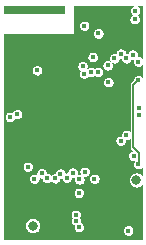
<source format=gbr>
%TF.GenerationSoftware,KiCad,Pcbnew,5.1.9-73d0e3b20d~88~ubuntu20.04.1*%
%TF.CreationDate,2022-04-15T22:34:28-04:00*%
%TF.ProjectId,ring,72696e67-2e6b-4696-9361-645f70636258,rev?*%
%TF.SameCoordinates,Original*%
%TF.FileFunction,Copper,L2,Inr*%
%TF.FilePolarity,Positive*%
%FSLAX46Y46*%
G04 Gerber Fmt 4.6, Leading zero omitted, Abs format (unit mm)*
G04 Created by KiCad (PCBNEW 5.1.9-73d0e3b20d~88~ubuntu20.04.1) date 2022-04-15 22:34:28*
%MOMM*%
%LPD*%
G01*
G04 APERTURE LIST*
%TA.AperFunction,ViaPad*%
%ADD10C,0.400000*%
%TD*%
%TA.AperFunction,ViaPad*%
%ADD11C,0.800000*%
%TD*%
%TA.AperFunction,Conductor*%
%ADD12C,0.150000*%
%TD*%
%TA.AperFunction,Conductor*%
%ADD13C,0.090000*%
%TD*%
%TA.AperFunction,Conductor*%
%ADD14C,0.100000*%
%TD*%
G04 APERTURE END LIST*
D10*
%TO.N,*%
X76657200Y-23469600D03*
%TO.N,GND*%
X74275200Y-22301200D03*
X74834000Y-22707600D03*
X69342000Y-26263600D03*
X69342000Y-26958800D03*
X69342000Y-27958800D03*
X80619600Y-24841200D03*
X76657200Y-22656800D03*
X76660000Y-21844000D03*
X77673200Y-23469600D03*
X69342000Y-23571200D03*
X69342000Y-21691600D03*
X71275200Y-21691600D03*
X75237600Y-19304000D03*
X78943200Y-33274000D03*
X69342000Y-22860000D03*
X70291200Y-22860000D03*
X72491600Y-22860000D03*
X75237600Y-20304000D03*
X69425000Y-30327600D03*
X72275200Y-21691600D03*
X73275200Y-21691600D03*
X74275200Y-21691600D03*
X75275200Y-21691600D03*
X70916800Y-25755600D03*
X76237600Y-19304000D03*
X77237600Y-19304000D03*
X73237600Y-26568400D03*
X74237600Y-26568400D03*
X75237600Y-26568400D03*
X76237600Y-26568400D03*
X77237600Y-26568400D03*
X72237600Y-27568400D03*
X72237600Y-28568400D03*
X72237600Y-29568400D03*
X72237600Y-30568400D03*
X72237600Y-31546800D03*
X72237600Y-26568400D03*
X73237600Y-31568400D03*
X74237600Y-31568400D03*
X75057000Y-31568400D03*
X77237600Y-27568400D03*
X77237600Y-29159200D03*
X73304400Y-38506400D03*
X78798302Y-38524298D03*
X71120000Y-22860000D03*
X69425000Y-31887099D03*
%TO.N,+BATT*%
X80517999Y-25432536D03*
X75488800Y-34975800D03*
X80518000Y-32537400D03*
X75234800Y-36830000D03*
X75255966Y-37318418D03*
%TO.N,/LSM_INT1*%
X80213200Y-20269200D03*
X80517999Y-23850600D03*
%TO.N,/LSM_INT2*%
X70256400Y-28313000D03*
X77142343Y-21476229D03*
%TO.N,/CS*%
X78494001Y-23579199D03*
X74474021Y-33679202D03*
%TO.N,/SCK*%
X79051550Y-23189095D03*
X74973990Y-33259345D03*
%TO.N,/MISO*%
X80051561Y-23264306D03*
X75539600Y-33832800D03*
%TO.N,/MOSI*%
X79509359Y-23576942D03*
X75985067Y-33188212D03*
%TO.N,/SWDIO*%
X72796400Y-33731200D03*
%TO.N,/SWCLK*%
X73926920Y-33348531D03*
%TO.N,/BOOT0*%
X79029961Y-30560928D03*
%TO.N,+1V8*%
X80264000Y-19558000D03*
X75946000Y-20828000D03*
X75806259Y-24244259D03*
X69646800Y-28549600D03*
X73474010Y-33742088D03*
X80122261Y-31836861D03*
D11*
X80365600Y-33883600D03*
D10*
X76809600Y-33782000D03*
X80574978Y-27746389D03*
X77927198Y-24180798D03*
X71170800Y-32766000D03*
X71956363Y-24602240D03*
%TO.N,/TPS_MODE*%
X75488802Y-37871400D03*
X71727561Y-33779961D03*
%TO.N,/TPS_STOP*%
X72339200Y-33324800D03*
X79668130Y-38161096D03*
D11*
%TO.N,/CELL-*%
X71583501Y-37750701D03*
D10*
%TO.N,/NRST*%
X80574980Y-28346400D03*
%TO.N,/RAD_PLANE*%
X69392800Y-19405600D03*
X73964800Y-19405600D03*
%TO.N,/LED_1*%
X79508632Y-30080232D03*
%TO.N,/BTN_0*%
X77994001Y-25603200D03*
%TO.N,/BTN_1*%
X77112820Y-24741147D03*
%TO.N,/BTN_2*%
X76512824Y-24745463D03*
%TO.N,/BTN_3*%
X75927017Y-24875252D03*
%TD*%
D12*
%TO.N,+BATT*%
X80597262Y-32458138D02*
X80518000Y-32537400D01*
X80597262Y-31608860D02*
X80597262Y-32458138D01*
X80099977Y-31111575D02*
X80597262Y-31608860D01*
X80099977Y-25850558D02*
X80099977Y-31111575D01*
X80517999Y-25432536D02*
X80099977Y-25850558D01*
%TD*%
D13*
%TO.N,GND*%
X80053214Y-19163646D02*
X79980329Y-19212346D01*
X79918346Y-19274329D01*
X79869646Y-19347214D01*
X79836101Y-19428198D01*
X79819000Y-19514171D01*
X79819000Y-19601829D01*
X79836101Y-19687802D01*
X79869646Y-19768786D01*
X79918346Y-19841671D01*
X79971906Y-19895231D01*
X79929529Y-19923546D01*
X79867546Y-19985529D01*
X79818846Y-20058414D01*
X79785301Y-20139398D01*
X79768200Y-20225371D01*
X79768200Y-20313029D01*
X79785301Y-20399002D01*
X79818846Y-20479986D01*
X79867546Y-20552871D01*
X79929529Y-20614854D01*
X80002414Y-20663554D01*
X80083398Y-20697099D01*
X80169371Y-20714200D01*
X80257029Y-20714200D01*
X80343002Y-20697099D01*
X80423986Y-20663554D01*
X80496871Y-20614854D01*
X80558854Y-20552871D01*
X80607554Y-20479986D01*
X80641099Y-20399002D01*
X80658200Y-20313029D01*
X80658200Y-20225371D01*
X80641099Y-20139398D01*
X80607554Y-20058414D01*
X80558854Y-19985529D01*
X80505294Y-19931969D01*
X80547671Y-19903654D01*
X80609654Y-19841671D01*
X80658354Y-19768786D01*
X80691899Y-19687802D01*
X80709000Y-19601829D01*
X80709000Y-19514171D01*
X80691899Y-19428198D01*
X80658354Y-19347214D01*
X80609654Y-19274329D01*
X80547671Y-19212346D01*
X80474786Y-19163646D01*
X80465984Y-19160000D01*
X80840000Y-19160000D01*
X80840000Y-23543276D01*
X80801670Y-23504946D01*
X80728785Y-23456246D01*
X80647801Y-23422701D01*
X80561828Y-23405600D01*
X80474700Y-23405600D01*
X80479460Y-23394108D01*
X80496561Y-23308135D01*
X80496561Y-23220477D01*
X80479460Y-23134504D01*
X80445915Y-23053520D01*
X80397215Y-22980635D01*
X80335232Y-22918652D01*
X80262347Y-22869952D01*
X80181363Y-22836407D01*
X80095390Y-22819306D01*
X80007732Y-22819306D01*
X79921759Y-22836407D01*
X79840775Y-22869952D01*
X79767890Y-22918652D01*
X79705907Y-22980635D01*
X79657207Y-23053520D01*
X79623662Y-23134504D01*
X79621470Y-23145524D01*
X79553188Y-23131942D01*
X79493900Y-23131942D01*
X79479449Y-23059293D01*
X79445904Y-22978309D01*
X79397204Y-22905424D01*
X79335221Y-22843441D01*
X79262336Y-22794741D01*
X79181352Y-22761196D01*
X79095379Y-22744095D01*
X79007721Y-22744095D01*
X78921748Y-22761196D01*
X78840764Y-22794741D01*
X78767879Y-22843441D01*
X78705896Y-22905424D01*
X78657196Y-22978309D01*
X78623651Y-23059293D01*
X78606550Y-23145266D01*
X78606550Y-23147868D01*
X78537830Y-23134199D01*
X78450172Y-23134199D01*
X78364199Y-23151300D01*
X78283215Y-23184845D01*
X78210330Y-23233545D01*
X78148347Y-23295528D01*
X78099647Y-23368413D01*
X78066102Y-23449397D01*
X78049001Y-23535370D01*
X78049001Y-23623028D01*
X78066102Y-23709001D01*
X78089936Y-23766542D01*
X78057000Y-23752899D01*
X77971027Y-23735798D01*
X77883369Y-23735798D01*
X77797396Y-23752899D01*
X77716412Y-23786444D01*
X77643527Y-23835144D01*
X77581544Y-23897127D01*
X77532844Y-23970012D01*
X77499299Y-24050996D01*
X77482198Y-24136969D01*
X77482198Y-24224627D01*
X77499299Y-24310600D01*
X77532844Y-24391584D01*
X77581544Y-24464469D01*
X77643527Y-24526452D01*
X77716412Y-24575152D01*
X77797396Y-24608697D01*
X77883369Y-24625798D01*
X77971027Y-24625798D01*
X78057000Y-24608697D01*
X78137984Y-24575152D01*
X78210869Y-24526452D01*
X78272852Y-24464469D01*
X78321552Y-24391584D01*
X78355097Y-24310600D01*
X78372198Y-24224627D01*
X78372198Y-24136969D01*
X78355097Y-24050996D01*
X78331263Y-23993455D01*
X78364199Y-24007098D01*
X78450172Y-24024199D01*
X78537830Y-24024199D01*
X78623803Y-24007098D01*
X78704787Y-23973553D01*
X78777672Y-23924853D01*
X78839655Y-23862870D01*
X78888355Y-23789985D01*
X78921900Y-23709001D01*
X78939001Y-23623028D01*
X78939001Y-23620426D01*
X79007721Y-23634095D01*
X79067009Y-23634095D01*
X79081460Y-23706744D01*
X79115005Y-23787728D01*
X79163705Y-23860613D01*
X79225688Y-23922596D01*
X79298573Y-23971296D01*
X79379557Y-24004841D01*
X79465530Y-24021942D01*
X79553188Y-24021942D01*
X79639161Y-24004841D01*
X79720145Y-23971296D01*
X79793030Y-23922596D01*
X79855013Y-23860613D01*
X79903713Y-23787728D01*
X79937258Y-23706744D01*
X79939450Y-23695724D01*
X80007732Y-23709306D01*
X80094860Y-23709306D01*
X80090100Y-23720798D01*
X80072999Y-23806771D01*
X80072999Y-23894429D01*
X80090100Y-23980402D01*
X80123645Y-24061386D01*
X80172345Y-24134271D01*
X80234328Y-24196254D01*
X80307213Y-24244954D01*
X80388197Y-24278499D01*
X80474170Y-24295600D01*
X80561828Y-24295600D01*
X80647801Y-24278499D01*
X80728785Y-24244954D01*
X80801670Y-24196254D01*
X80840000Y-24157924D01*
X80840000Y-25125212D01*
X80801670Y-25086882D01*
X80728785Y-25038182D01*
X80647801Y-25004637D01*
X80561828Y-24987536D01*
X80474170Y-24987536D01*
X80388197Y-25004637D01*
X80307213Y-25038182D01*
X80234328Y-25086882D01*
X80172345Y-25148865D01*
X80123645Y-25221750D01*
X80090100Y-25302734D01*
X80072999Y-25388707D01*
X80072999Y-25424988D01*
X79884824Y-25613164D01*
X79872608Y-25623189D01*
X79853044Y-25647029D01*
X79832620Y-25671916D01*
X79816737Y-25701631D01*
X79802905Y-25727508D01*
X79784607Y-25787828D01*
X79779977Y-25834840D01*
X79778429Y-25850558D01*
X79779977Y-25866271D01*
X79779978Y-29726343D01*
X79719418Y-29685878D01*
X79638434Y-29652333D01*
X79552461Y-29635232D01*
X79464803Y-29635232D01*
X79378830Y-29652333D01*
X79297846Y-29685878D01*
X79224961Y-29734578D01*
X79162978Y-29796561D01*
X79114278Y-29869446D01*
X79080733Y-29950430D01*
X79063632Y-30036403D01*
X79063632Y-30115928D01*
X78986132Y-30115928D01*
X78900159Y-30133029D01*
X78819175Y-30166574D01*
X78746290Y-30215274D01*
X78684307Y-30277257D01*
X78635607Y-30350142D01*
X78602062Y-30431126D01*
X78584961Y-30517099D01*
X78584961Y-30604757D01*
X78602062Y-30690730D01*
X78635607Y-30771714D01*
X78684307Y-30844599D01*
X78746290Y-30906582D01*
X78819175Y-30955282D01*
X78900159Y-30988827D01*
X78986132Y-31005928D01*
X79073790Y-31005928D01*
X79159763Y-30988827D01*
X79240747Y-30955282D01*
X79313632Y-30906582D01*
X79375615Y-30844599D01*
X79424315Y-30771714D01*
X79457860Y-30690730D01*
X79474961Y-30604757D01*
X79474961Y-30525232D01*
X79552461Y-30525232D01*
X79638434Y-30508131D01*
X79719418Y-30474586D01*
X79779978Y-30434121D01*
X79779978Y-31095852D01*
X79778429Y-31111575D01*
X79781431Y-31142051D01*
X79784608Y-31174306D01*
X79802906Y-31234626D01*
X79832620Y-31290217D01*
X79850323Y-31311788D01*
X79872609Y-31338944D01*
X79884820Y-31348965D01*
X79958771Y-31422916D01*
X79911475Y-31442507D01*
X79838590Y-31491207D01*
X79776607Y-31553190D01*
X79727907Y-31626075D01*
X79694362Y-31707059D01*
X79677261Y-31793032D01*
X79677261Y-31880690D01*
X79694362Y-31966663D01*
X79727907Y-32047647D01*
X79776607Y-32120532D01*
X79838590Y-32182515D01*
X79911475Y-32231215D01*
X79992459Y-32264760D01*
X80078432Y-32281861D01*
X80153549Y-32281861D01*
X80123646Y-32326614D01*
X80090101Y-32407598D01*
X80073000Y-32493571D01*
X80073000Y-32581229D01*
X80090101Y-32667202D01*
X80123646Y-32748186D01*
X80172346Y-32821071D01*
X80234329Y-32883054D01*
X80307214Y-32931754D01*
X80388198Y-32965299D01*
X80474171Y-32982400D01*
X80561829Y-32982400D01*
X80647802Y-32965299D01*
X80728786Y-32931754D01*
X80801671Y-32883054D01*
X80840001Y-32844724D01*
X80840001Y-33445833D01*
X80776764Y-33382596D01*
X80671122Y-33312008D01*
X80553740Y-33263387D01*
X80429127Y-33238600D01*
X80302073Y-33238600D01*
X80177460Y-33263387D01*
X80060078Y-33312008D01*
X79954436Y-33382596D01*
X79864596Y-33472436D01*
X79794008Y-33578078D01*
X79745387Y-33695460D01*
X79720600Y-33820073D01*
X79720600Y-33947127D01*
X79745387Y-34071740D01*
X79794008Y-34189122D01*
X79864596Y-34294764D01*
X79954436Y-34384604D01*
X80060078Y-34455192D01*
X80177460Y-34503813D01*
X80302073Y-34528600D01*
X80429127Y-34528600D01*
X80553740Y-34503813D01*
X80671122Y-34455192D01*
X80776764Y-34384604D01*
X80840001Y-34321367D01*
X80840001Y-38840000D01*
X69160000Y-38840000D01*
X69160000Y-37687174D01*
X70938501Y-37687174D01*
X70938501Y-37814228D01*
X70963288Y-37938841D01*
X71011909Y-38056223D01*
X71082497Y-38161865D01*
X71172337Y-38251705D01*
X71277979Y-38322293D01*
X71395361Y-38370914D01*
X71519974Y-38395701D01*
X71647028Y-38395701D01*
X71771641Y-38370914D01*
X71889023Y-38322293D01*
X71994665Y-38251705D01*
X72084505Y-38161865D01*
X72155093Y-38056223D01*
X72203714Y-37938841D01*
X72228501Y-37814228D01*
X72228501Y-37687174D01*
X72203714Y-37562561D01*
X72155093Y-37445179D01*
X72084505Y-37339537D01*
X71994665Y-37249697D01*
X71889023Y-37179109D01*
X71771641Y-37130488D01*
X71647028Y-37105701D01*
X71519974Y-37105701D01*
X71395361Y-37130488D01*
X71277979Y-37179109D01*
X71172337Y-37249697D01*
X71082497Y-37339537D01*
X71011909Y-37445179D01*
X70963288Y-37562561D01*
X70938501Y-37687174D01*
X69160000Y-37687174D01*
X69160000Y-36786171D01*
X74789800Y-36786171D01*
X74789800Y-36873829D01*
X74806901Y-36959802D01*
X74840446Y-37040786D01*
X74873361Y-37090048D01*
X74861612Y-37107632D01*
X74828067Y-37188616D01*
X74810966Y-37274589D01*
X74810966Y-37362247D01*
X74828067Y-37448220D01*
X74861612Y-37529204D01*
X74910312Y-37602089D01*
X74972295Y-37664072D01*
X75045180Y-37712772D01*
X75068792Y-37722552D01*
X75060903Y-37741598D01*
X75043802Y-37827571D01*
X75043802Y-37915229D01*
X75060903Y-38001202D01*
X75094448Y-38082186D01*
X75143148Y-38155071D01*
X75205131Y-38217054D01*
X75278016Y-38265754D01*
X75359000Y-38299299D01*
X75444973Y-38316400D01*
X75532631Y-38316400D01*
X75618604Y-38299299D01*
X75699588Y-38265754D01*
X75772473Y-38217054D01*
X75834456Y-38155071D01*
X75859715Y-38117267D01*
X79223130Y-38117267D01*
X79223130Y-38204925D01*
X79240231Y-38290898D01*
X79273776Y-38371882D01*
X79322476Y-38444767D01*
X79384459Y-38506750D01*
X79457344Y-38555450D01*
X79538328Y-38588995D01*
X79624301Y-38606096D01*
X79711959Y-38606096D01*
X79797932Y-38588995D01*
X79878916Y-38555450D01*
X79951801Y-38506750D01*
X80013784Y-38444767D01*
X80062484Y-38371882D01*
X80096029Y-38290898D01*
X80113130Y-38204925D01*
X80113130Y-38117267D01*
X80096029Y-38031294D01*
X80062484Y-37950310D01*
X80013784Y-37877425D01*
X79951801Y-37815442D01*
X79878916Y-37766742D01*
X79797932Y-37733197D01*
X79711959Y-37716096D01*
X79624301Y-37716096D01*
X79538328Y-37733197D01*
X79457344Y-37766742D01*
X79384459Y-37815442D01*
X79322476Y-37877425D01*
X79273776Y-37950310D01*
X79240231Y-38031294D01*
X79223130Y-38117267D01*
X75859715Y-38117267D01*
X75883156Y-38082186D01*
X75916701Y-38001202D01*
X75933802Y-37915229D01*
X75933802Y-37827571D01*
X75916701Y-37741598D01*
X75883156Y-37660614D01*
X75834456Y-37587729D01*
X75772473Y-37525746D01*
X75699588Y-37477046D01*
X75675976Y-37467266D01*
X75683865Y-37448220D01*
X75700966Y-37362247D01*
X75700966Y-37274589D01*
X75683865Y-37188616D01*
X75650320Y-37107632D01*
X75617405Y-37058370D01*
X75629154Y-37040786D01*
X75662699Y-36959802D01*
X75679800Y-36873829D01*
X75679800Y-36786171D01*
X75662699Y-36700198D01*
X75629154Y-36619214D01*
X75580454Y-36546329D01*
X75518471Y-36484346D01*
X75445586Y-36435646D01*
X75364602Y-36402101D01*
X75278629Y-36385000D01*
X75190971Y-36385000D01*
X75104998Y-36402101D01*
X75024014Y-36435646D01*
X74951129Y-36484346D01*
X74889146Y-36546329D01*
X74840446Y-36619214D01*
X74806901Y-36700198D01*
X74789800Y-36786171D01*
X69160000Y-36786171D01*
X69160000Y-34931971D01*
X75043800Y-34931971D01*
X75043800Y-35019629D01*
X75060901Y-35105602D01*
X75094446Y-35186586D01*
X75143146Y-35259471D01*
X75205129Y-35321454D01*
X75278014Y-35370154D01*
X75358998Y-35403699D01*
X75444971Y-35420800D01*
X75532629Y-35420800D01*
X75618602Y-35403699D01*
X75699586Y-35370154D01*
X75772471Y-35321454D01*
X75834454Y-35259471D01*
X75883154Y-35186586D01*
X75916699Y-35105602D01*
X75933800Y-35019629D01*
X75933800Y-34931971D01*
X75916699Y-34845998D01*
X75883154Y-34765014D01*
X75834454Y-34692129D01*
X75772471Y-34630146D01*
X75699586Y-34581446D01*
X75618602Y-34547901D01*
X75532629Y-34530800D01*
X75444971Y-34530800D01*
X75358998Y-34547901D01*
X75278014Y-34581446D01*
X75205129Y-34630146D01*
X75143146Y-34692129D01*
X75094446Y-34765014D01*
X75060901Y-34845998D01*
X75043800Y-34931971D01*
X69160000Y-34931971D01*
X69160000Y-33736132D01*
X71282561Y-33736132D01*
X71282561Y-33823790D01*
X71299662Y-33909763D01*
X71333207Y-33990747D01*
X71381907Y-34063632D01*
X71443890Y-34125615D01*
X71516775Y-34174315D01*
X71597759Y-34207860D01*
X71683732Y-34224961D01*
X71771390Y-34224961D01*
X71857363Y-34207860D01*
X71938347Y-34174315D01*
X72011232Y-34125615D01*
X72073215Y-34063632D01*
X72121915Y-33990747D01*
X72155460Y-33909763D01*
X72172561Y-33823790D01*
X72172561Y-33737440D01*
X72209398Y-33752699D01*
X72295371Y-33769800D01*
X72351400Y-33769800D01*
X72351400Y-33775029D01*
X72368501Y-33861002D01*
X72402046Y-33941986D01*
X72450746Y-34014871D01*
X72512729Y-34076854D01*
X72585614Y-34125554D01*
X72666598Y-34159099D01*
X72752571Y-34176200D01*
X72840229Y-34176200D01*
X72926202Y-34159099D01*
X73007186Y-34125554D01*
X73080071Y-34076854D01*
X73129761Y-34027164D01*
X73190339Y-34087742D01*
X73263224Y-34136442D01*
X73344208Y-34169987D01*
X73430181Y-34187088D01*
X73517839Y-34187088D01*
X73603812Y-34169987D01*
X73684796Y-34136442D01*
X73757681Y-34087742D01*
X73819664Y-34025759D01*
X73868364Y-33952874D01*
X73901909Y-33871890D01*
X73917495Y-33793531D01*
X73970749Y-33793531D01*
X74040293Y-33779698D01*
X74046122Y-33809004D01*
X74079667Y-33889988D01*
X74128367Y-33962873D01*
X74190350Y-34024856D01*
X74263235Y-34073556D01*
X74344219Y-34107101D01*
X74430192Y-34124202D01*
X74517850Y-34124202D01*
X74603823Y-34107101D01*
X74684807Y-34073556D01*
X74757692Y-34024856D01*
X74819675Y-33962873D01*
X74868375Y-33889988D01*
X74901920Y-33809004D01*
X74919021Y-33723031D01*
X74919021Y-33702129D01*
X74930161Y-33704345D01*
X75017819Y-33704345D01*
X75103792Y-33687244D01*
X75121216Y-33680027D01*
X75111701Y-33702998D01*
X75094600Y-33788971D01*
X75094600Y-33876629D01*
X75111701Y-33962602D01*
X75145246Y-34043586D01*
X75193946Y-34116471D01*
X75255929Y-34178454D01*
X75328814Y-34227154D01*
X75409798Y-34260699D01*
X75495771Y-34277800D01*
X75583429Y-34277800D01*
X75669402Y-34260699D01*
X75750386Y-34227154D01*
X75823271Y-34178454D01*
X75885254Y-34116471D01*
X75933954Y-34043586D01*
X75967499Y-33962602D01*
X75984600Y-33876629D01*
X75984600Y-33788971D01*
X75974496Y-33738171D01*
X76364600Y-33738171D01*
X76364600Y-33825829D01*
X76381701Y-33911802D01*
X76415246Y-33992786D01*
X76463946Y-34065671D01*
X76525929Y-34127654D01*
X76598814Y-34176354D01*
X76679798Y-34209899D01*
X76765771Y-34227000D01*
X76853429Y-34227000D01*
X76939402Y-34209899D01*
X77020386Y-34176354D01*
X77093271Y-34127654D01*
X77155254Y-34065671D01*
X77203954Y-33992786D01*
X77237499Y-33911802D01*
X77254600Y-33825829D01*
X77254600Y-33738171D01*
X77237499Y-33652198D01*
X77203954Y-33571214D01*
X77155254Y-33498329D01*
X77093271Y-33436346D01*
X77020386Y-33387646D01*
X76939402Y-33354101D01*
X76853429Y-33337000D01*
X76765771Y-33337000D01*
X76679798Y-33354101D01*
X76598814Y-33387646D01*
X76525929Y-33436346D01*
X76463946Y-33498329D01*
X76415246Y-33571214D01*
X76381701Y-33652198D01*
X76364600Y-33738171D01*
X75974496Y-33738171D01*
X75967499Y-33702998D01*
X75938355Y-33632639D01*
X75941238Y-33633212D01*
X76028896Y-33633212D01*
X76114869Y-33616111D01*
X76195853Y-33582566D01*
X76268738Y-33533866D01*
X76330721Y-33471883D01*
X76379421Y-33398998D01*
X76412966Y-33318014D01*
X76430067Y-33232041D01*
X76430067Y-33144383D01*
X76412966Y-33058410D01*
X76379421Y-32977426D01*
X76330721Y-32904541D01*
X76268738Y-32842558D01*
X76195853Y-32793858D01*
X76114869Y-32760313D01*
X76028896Y-32743212D01*
X75941238Y-32743212D01*
X75855265Y-32760313D01*
X75774281Y-32793858D01*
X75701396Y-32842558D01*
X75639413Y-32904541D01*
X75590713Y-32977426D01*
X75557168Y-33058410D01*
X75540067Y-33144383D01*
X75540067Y-33232041D01*
X75557168Y-33318014D01*
X75586312Y-33388373D01*
X75583429Y-33387800D01*
X75495771Y-33387800D01*
X75409798Y-33404901D01*
X75392374Y-33412118D01*
X75401889Y-33389147D01*
X75418990Y-33303174D01*
X75418990Y-33215516D01*
X75401889Y-33129543D01*
X75368344Y-33048559D01*
X75319644Y-32975674D01*
X75257661Y-32913691D01*
X75184776Y-32864991D01*
X75103792Y-32831446D01*
X75017819Y-32814345D01*
X74930161Y-32814345D01*
X74844188Y-32831446D01*
X74763204Y-32864991D01*
X74690319Y-32913691D01*
X74628336Y-32975674D01*
X74579636Y-33048559D01*
X74546091Y-33129543D01*
X74528990Y-33215516D01*
X74528990Y-33236418D01*
X74517850Y-33234202D01*
X74430192Y-33234202D01*
X74360648Y-33248035D01*
X74354819Y-33218729D01*
X74321274Y-33137745D01*
X74272574Y-33064860D01*
X74210591Y-33002877D01*
X74137706Y-32954177D01*
X74056722Y-32920632D01*
X73970749Y-32903531D01*
X73883091Y-32903531D01*
X73797118Y-32920632D01*
X73716134Y-32954177D01*
X73643249Y-33002877D01*
X73581266Y-33064860D01*
X73532566Y-33137745D01*
X73499021Y-33218729D01*
X73483435Y-33297088D01*
X73430181Y-33297088D01*
X73344208Y-33314189D01*
X73263224Y-33347734D01*
X73190339Y-33396434D01*
X73140649Y-33446124D01*
X73080071Y-33385546D01*
X73007186Y-33336846D01*
X72926202Y-33303301D01*
X72840229Y-33286200D01*
X72784200Y-33286200D01*
X72784200Y-33280971D01*
X72767099Y-33194998D01*
X72733554Y-33114014D01*
X72684854Y-33041129D01*
X72622871Y-32979146D01*
X72549986Y-32930446D01*
X72469002Y-32896901D01*
X72383029Y-32879800D01*
X72295371Y-32879800D01*
X72209398Y-32896901D01*
X72128414Y-32930446D01*
X72055529Y-32979146D01*
X71993546Y-33041129D01*
X71944846Y-33114014D01*
X71911301Y-33194998D01*
X71894200Y-33280971D01*
X71894200Y-33367321D01*
X71857363Y-33352062D01*
X71771390Y-33334961D01*
X71683732Y-33334961D01*
X71597759Y-33352062D01*
X71516775Y-33385607D01*
X71443890Y-33434307D01*
X71381907Y-33496290D01*
X71333207Y-33569175D01*
X71299662Y-33650159D01*
X71282561Y-33736132D01*
X69160000Y-33736132D01*
X69160000Y-32722171D01*
X70725800Y-32722171D01*
X70725800Y-32809829D01*
X70742901Y-32895802D01*
X70776446Y-32976786D01*
X70825146Y-33049671D01*
X70887129Y-33111654D01*
X70960014Y-33160354D01*
X71040998Y-33193899D01*
X71126971Y-33211000D01*
X71214629Y-33211000D01*
X71300602Y-33193899D01*
X71381586Y-33160354D01*
X71454471Y-33111654D01*
X71516454Y-33049671D01*
X71565154Y-32976786D01*
X71598699Y-32895802D01*
X71615800Y-32809829D01*
X71615800Y-32722171D01*
X71598699Y-32636198D01*
X71565154Y-32555214D01*
X71516454Y-32482329D01*
X71454471Y-32420346D01*
X71381586Y-32371646D01*
X71300602Y-32338101D01*
X71214629Y-32321000D01*
X71126971Y-32321000D01*
X71040998Y-32338101D01*
X70960014Y-32371646D01*
X70887129Y-32420346D01*
X70825146Y-32482329D01*
X70776446Y-32555214D01*
X70742901Y-32636198D01*
X70725800Y-32722171D01*
X69160000Y-32722171D01*
X69160000Y-28505771D01*
X69201800Y-28505771D01*
X69201800Y-28593429D01*
X69218901Y-28679402D01*
X69252446Y-28760386D01*
X69301146Y-28833271D01*
X69363129Y-28895254D01*
X69436014Y-28943954D01*
X69516998Y-28977499D01*
X69602971Y-28994600D01*
X69690629Y-28994600D01*
X69776602Y-28977499D01*
X69857586Y-28943954D01*
X69930471Y-28895254D01*
X69992454Y-28833271D01*
X70041154Y-28760386D01*
X70060557Y-28713544D01*
X70126598Y-28740899D01*
X70212571Y-28758000D01*
X70300229Y-28758000D01*
X70386202Y-28740899D01*
X70467186Y-28707354D01*
X70540071Y-28658654D01*
X70602054Y-28596671D01*
X70650754Y-28523786D01*
X70684299Y-28442802D01*
X70701400Y-28356829D01*
X70701400Y-28269171D01*
X70684299Y-28183198D01*
X70650754Y-28102214D01*
X70602054Y-28029329D01*
X70540071Y-27967346D01*
X70467186Y-27918646D01*
X70386202Y-27885101D01*
X70300229Y-27868000D01*
X70212571Y-27868000D01*
X70126598Y-27885101D01*
X70045614Y-27918646D01*
X69972729Y-27967346D01*
X69910746Y-28029329D01*
X69862046Y-28102214D01*
X69842643Y-28149056D01*
X69776602Y-28121701D01*
X69690629Y-28104600D01*
X69602971Y-28104600D01*
X69516998Y-28121701D01*
X69436014Y-28155246D01*
X69363129Y-28203946D01*
X69301146Y-28265929D01*
X69252446Y-28338814D01*
X69218901Y-28419798D01*
X69201800Y-28505771D01*
X69160000Y-28505771D01*
X69160000Y-25559371D01*
X77549001Y-25559371D01*
X77549001Y-25647029D01*
X77566102Y-25733002D01*
X77599647Y-25813986D01*
X77648347Y-25886871D01*
X77710330Y-25948854D01*
X77783215Y-25997554D01*
X77864199Y-26031099D01*
X77950172Y-26048200D01*
X78037830Y-26048200D01*
X78123803Y-26031099D01*
X78204787Y-25997554D01*
X78277672Y-25948854D01*
X78339655Y-25886871D01*
X78388355Y-25813986D01*
X78421900Y-25733002D01*
X78439001Y-25647029D01*
X78439001Y-25559371D01*
X78421900Y-25473398D01*
X78388355Y-25392414D01*
X78339655Y-25319529D01*
X78277672Y-25257546D01*
X78204787Y-25208846D01*
X78123803Y-25175301D01*
X78037830Y-25158200D01*
X77950172Y-25158200D01*
X77864199Y-25175301D01*
X77783215Y-25208846D01*
X77710330Y-25257546D01*
X77648347Y-25319529D01*
X77599647Y-25392414D01*
X77566102Y-25473398D01*
X77549001Y-25559371D01*
X69160000Y-25559371D01*
X69160000Y-24558411D01*
X71511363Y-24558411D01*
X71511363Y-24646069D01*
X71528464Y-24732042D01*
X71562009Y-24813026D01*
X71610709Y-24885911D01*
X71672692Y-24947894D01*
X71745577Y-24996594D01*
X71826561Y-25030139D01*
X71912534Y-25047240D01*
X72000192Y-25047240D01*
X72086165Y-25030139D01*
X72167149Y-24996594D01*
X72240034Y-24947894D01*
X72302017Y-24885911D01*
X72350717Y-24813026D01*
X72384262Y-24732042D01*
X72401363Y-24646069D01*
X72401363Y-24558411D01*
X72384262Y-24472438D01*
X72350717Y-24391454D01*
X72302017Y-24318569D01*
X72240034Y-24256586D01*
X72167149Y-24207886D01*
X72149149Y-24200430D01*
X75361259Y-24200430D01*
X75361259Y-24288088D01*
X75378360Y-24374061D01*
X75411905Y-24455045D01*
X75460605Y-24527930D01*
X75522588Y-24589913D01*
X75563992Y-24617578D01*
X75532663Y-24664466D01*
X75499118Y-24745450D01*
X75482017Y-24831423D01*
X75482017Y-24919081D01*
X75499118Y-25005054D01*
X75532663Y-25086038D01*
X75581363Y-25158923D01*
X75643346Y-25220906D01*
X75716231Y-25269606D01*
X75797215Y-25303151D01*
X75883188Y-25320252D01*
X75970846Y-25320252D01*
X76056819Y-25303151D01*
X76137803Y-25269606D01*
X76210688Y-25220906D01*
X76272671Y-25158923D01*
X76290561Y-25132148D01*
X76302038Y-25139817D01*
X76383022Y-25173362D01*
X76468995Y-25190463D01*
X76556653Y-25190463D01*
X76642626Y-25173362D01*
X76723610Y-25139817D01*
X76796495Y-25091117D01*
X76814980Y-25072632D01*
X76829149Y-25086801D01*
X76902034Y-25135501D01*
X76983018Y-25169046D01*
X77068991Y-25186147D01*
X77156649Y-25186147D01*
X77242622Y-25169046D01*
X77323606Y-25135501D01*
X77396491Y-25086801D01*
X77458474Y-25024818D01*
X77507174Y-24951933D01*
X77540719Y-24870949D01*
X77557820Y-24784976D01*
X77557820Y-24697318D01*
X77540719Y-24611345D01*
X77507174Y-24530361D01*
X77458474Y-24457476D01*
X77396491Y-24395493D01*
X77323606Y-24346793D01*
X77242622Y-24313248D01*
X77156649Y-24296147D01*
X77068991Y-24296147D01*
X76983018Y-24313248D01*
X76902034Y-24346793D01*
X76829149Y-24395493D01*
X76810664Y-24413978D01*
X76796495Y-24399809D01*
X76723610Y-24351109D01*
X76642626Y-24317564D01*
X76556653Y-24300463D01*
X76468995Y-24300463D01*
X76383022Y-24317564D01*
X76302038Y-24351109D01*
X76229153Y-24399809D01*
X76219490Y-24409472D01*
X76234158Y-24374061D01*
X76251259Y-24288088D01*
X76251259Y-24200430D01*
X76234158Y-24114457D01*
X76200613Y-24033473D01*
X76151913Y-23960588D01*
X76089930Y-23898605D01*
X76017045Y-23849905D01*
X75936061Y-23816360D01*
X75850088Y-23799259D01*
X75762430Y-23799259D01*
X75676457Y-23816360D01*
X75595473Y-23849905D01*
X75522588Y-23898605D01*
X75460605Y-23960588D01*
X75411905Y-24033473D01*
X75378360Y-24114457D01*
X75361259Y-24200430D01*
X72149149Y-24200430D01*
X72086165Y-24174341D01*
X72000192Y-24157240D01*
X71912534Y-24157240D01*
X71826561Y-24174341D01*
X71745577Y-24207886D01*
X71672692Y-24256586D01*
X71610709Y-24318569D01*
X71562009Y-24391454D01*
X71528464Y-24472438D01*
X71511363Y-24558411D01*
X69160000Y-24558411D01*
X69160000Y-23425771D01*
X76212200Y-23425771D01*
X76212200Y-23513429D01*
X76229301Y-23599402D01*
X76262846Y-23680386D01*
X76311546Y-23753271D01*
X76373529Y-23815254D01*
X76446414Y-23863954D01*
X76527398Y-23897499D01*
X76613371Y-23914600D01*
X76701029Y-23914600D01*
X76787002Y-23897499D01*
X76867986Y-23863954D01*
X76940871Y-23815254D01*
X77002854Y-23753271D01*
X77051554Y-23680386D01*
X77085099Y-23599402D01*
X77102200Y-23513429D01*
X77102200Y-23425771D01*
X77085099Y-23339798D01*
X77051554Y-23258814D01*
X77002854Y-23185929D01*
X76940871Y-23123946D01*
X76867986Y-23075246D01*
X76787002Y-23041701D01*
X76701029Y-23024600D01*
X76613371Y-23024600D01*
X76527398Y-23041701D01*
X76446414Y-23075246D01*
X76373529Y-23123946D01*
X76311546Y-23185929D01*
X76262846Y-23258814D01*
X76229301Y-23339798D01*
X76212200Y-23425771D01*
X69160000Y-23425771D01*
X69160000Y-21533400D01*
X75031600Y-21533400D01*
X75040379Y-21532535D01*
X75048821Y-21529975D01*
X75056601Y-21525816D01*
X75063420Y-21520220D01*
X75069016Y-21513401D01*
X75073175Y-21505621D01*
X75075735Y-21497179D01*
X75076598Y-21488825D01*
X75077130Y-21432400D01*
X76697343Y-21432400D01*
X76697343Y-21520058D01*
X76714444Y-21606031D01*
X76747989Y-21687015D01*
X76796689Y-21759900D01*
X76858672Y-21821883D01*
X76931557Y-21870583D01*
X77012541Y-21904128D01*
X77098514Y-21921229D01*
X77186172Y-21921229D01*
X77272145Y-21904128D01*
X77353129Y-21870583D01*
X77426014Y-21821883D01*
X77487997Y-21759900D01*
X77536697Y-21687015D01*
X77570242Y-21606031D01*
X77587343Y-21520058D01*
X77587343Y-21432400D01*
X77570242Y-21346427D01*
X77536697Y-21265443D01*
X77487997Y-21192558D01*
X77426014Y-21130575D01*
X77353129Y-21081875D01*
X77272145Y-21048330D01*
X77186172Y-21031229D01*
X77098514Y-21031229D01*
X77012541Y-21048330D01*
X76931557Y-21081875D01*
X76858672Y-21130575D01*
X76796689Y-21192558D01*
X76747989Y-21265443D01*
X76714444Y-21346427D01*
X76697343Y-21432400D01*
X75077130Y-21432400D01*
X75083245Y-20784171D01*
X75501000Y-20784171D01*
X75501000Y-20871829D01*
X75518101Y-20957802D01*
X75551646Y-21038786D01*
X75600346Y-21111671D01*
X75662329Y-21173654D01*
X75735214Y-21222354D01*
X75816198Y-21255899D01*
X75902171Y-21273000D01*
X75989829Y-21273000D01*
X76075802Y-21255899D01*
X76156786Y-21222354D01*
X76229671Y-21173654D01*
X76291654Y-21111671D01*
X76340354Y-21038786D01*
X76373899Y-20957802D01*
X76391000Y-20871829D01*
X76391000Y-20784171D01*
X76373899Y-20698198D01*
X76340354Y-20617214D01*
X76291654Y-20544329D01*
X76229671Y-20482346D01*
X76156786Y-20433646D01*
X76075802Y-20400101D01*
X75989829Y-20383000D01*
X75902171Y-20383000D01*
X75816198Y-20400101D01*
X75735214Y-20433646D01*
X75662329Y-20482346D01*
X75600346Y-20544329D01*
X75551646Y-20617214D01*
X75518101Y-20698198D01*
X75501000Y-20784171D01*
X75083245Y-20784171D01*
X75098568Y-19160000D01*
X80062016Y-19160000D01*
X80053214Y-19163646D01*
%TA.AperFunction,Conductor*%
D14*
G36*
X80053214Y-19163646D02*
G01*
X79980329Y-19212346D01*
X79918346Y-19274329D01*
X79869646Y-19347214D01*
X79836101Y-19428198D01*
X79819000Y-19514171D01*
X79819000Y-19601829D01*
X79836101Y-19687802D01*
X79869646Y-19768786D01*
X79918346Y-19841671D01*
X79971906Y-19895231D01*
X79929529Y-19923546D01*
X79867546Y-19985529D01*
X79818846Y-20058414D01*
X79785301Y-20139398D01*
X79768200Y-20225371D01*
X79768200Y-20313029D01*
X79785301Y-20399002D01*
X79818846Y-20479986D01*
X79867546Y-20552871D01*
X79929529Y-20614854D01*
X80002414Y-20663554D01*
X80083398Y-20697099D01*
X80169371Y-20714200D01*
X80257029Y-20714200D01*
X80343002Y-20697099D01*
X80423986Y-20663554D01*
X80496871Y-20614854D01*
X80558854Y-20552871D01*
X80607554Y-20479986D01*
X80641099Y-20399002D01*
X80658200Y-20313029D01*
X80658200Y-20225371D01*
X80641099Y-20139398D01*
X80607554Y-20058414D01*
X80558854Y-19985529D01*
X80505294Y-19931969D01*
X80547671Y-19903654D01*
X80609654Y-19841671D01*
X80658354Y-19768786D01*
X80691899Y-19687802D01*
X80709000Y-19601829D01*
X80709000Y-19514171D01*
X80691899Y-19428198D01*
X80658354Y-19347214D01*
X80609654Y-19274329D01*
X80547671Y-19212346D01*
X80474786Y-19163646D01*
X80465984Y-19160000D01*
X80840000Y-19160000D01*
X80840000Y-23543276D01*
X80801670Y-23504946D01*
X80728785Y-23456246D01*
X80647801Y-23422701D01*
X80561828Y-23405600D01*
X80474700Y-23405600D01*
X80479460Y-23394108D01*
X80496561Y-23308135D01*
X80496561Y-23220477D01*
X80479460Y-23134504D01*
X80445915Y-23053520D01*
X80397215Y-22980635D01*
X80335232Y-22918652D01*
X80262347Y-22869952D01*
X80181363Y-22836407D01*
X80095390Y-22819306D01*
X80007732Y-22819306D01*
X79921759Y-22836407D01*
X79840775Y-22869952D01*
X79767890Y-22918652D01*
X79705907Y-22980635D01*
X79657207Y-23053520D01*
X79623662Y-23134504D01*
X79621470Y-23145524D01*
X79553188Y-23131942D01*
X79493900Y-23131942D01*
X79479449Y-23059293D01*
X79445904Y-22978309D01*
X79397204Y-22905424D01*
X79335221Y-22843441D01*
X79262336Y-22794741D01*
X79181352Y-22761196D01*
X79095379Y-22744095D01*
X79007721Y-22744095D01*
X78921748Y-22761196D01*
X78840764Y-22794741D01*
X78767879Y-22843441D01*
X78705896Y-22905424D01*
X78657196Y-22978309D01*
X78623651Y-23059293D01*
X78606550Y-23145266D01*
X78606550Y-23147868D01*
X78537830Y-23134199D01*
X78450172Y-23134199D01*
X78364199Y-23151300D01*
X78283215Y-23184845D01*
X78210330Y-23233545D01*
X78148347Y-23295528D01*
X78099647Y-23368413D01*
X78066102Y-23449397D01*
X78049001Y-23535370D01*
X78049001Y-23623028D01*
X78066102Y-23709001D01*
X78089936Y-23766542D01*
X78057000Y-23752899D01*
X77971027Y-23735798D01*
X77883369Y-23735798D01*
X77797396Y-23752899D01*
X77716412Y-23786444D01*
X77643527Y-23835144D01*
X77581544Y-23897127D01*
X77532844Y-23970012D01*
X77499299Y-24050996D01*
X77482198Y-24136969D01*
X77482198Y-24224627D01*
X77499299Y-24310600D01*
X77532844Y-24391584D01*
X77581544Y-24464469D01*
X77643527Y-24526452D01*
X77716412Y-24575152D01*
X77797396Y-24608697D01*
X77883369Y-24625798D01*
X77971027Y-24625798D01*
X78057000Y-24608697D01*
X78137984Y-24575152D01*
X78210869Y-24526452D01*
X78272852Y-24464469D01*
X78321552Y-24391584D01*
X78355097Y-24310600D01*
X78372198Y-24224627D01*
X78372198Y-24136969D01*
X78355097Y-24050996D01*
X78331263Y-23993455D01*
X78364199Y-24007098D01*
X78450172Y-24024199D01*
X78537830Y-24024199D01*
X78623803Y-24007098D01*
X78704787Y-23973553D01*
X78777672Y-23924853D01*
X78839655Y-23862870D01*
X78888355Y-23789985D01*
X78921900Y-23709001D01*
X78939001Y-23623028D01*
X78939001Y-23620426D01*
X79007721Y-23634095D01*
X79067009Y-23634095D01*
X79081460Y-23706744D01*
X79115005Y-23787728D01*
X79163705Y-23860613D01*
X79225688Y-23922596D01*
X79298573Y-23971296D01*
X79379557Y-24004841D01*
X79465530Y-24021942D01*
X79553188Y-24021942D01*
X79639161Y-24004841D01*
X79720145Y-23971296D01*
X79793030Y-23922596D01*
X79855013Y-23860613D01*
X79903713Y-23787728D01*
X79937258Y-23706744D01*
X79939450Y-23695724D01*
X80007732Y-23709306D01*
X80094860Y-23709306D01*
X80090100Y-23720798D01*
X80072999Y-23806771D01*
X80072999Y-23894429D01*
X80090100Y-23980402D01*
X80123645Y-24061386D01*
X80172345Y-24134271D01*
X80234328Y-24196254D01*
X80307213Y-24244954D01*
X80388197Y-24278499D01*
X80474170Y-24295600D01*
X80561828Y-24295600D01*
X80647801Y-24278499D01*
X80728785Y-24244954D01*
X80801670Y-24196254D01*
X80840000Y-24157924D01*
X80840000Y-25125212D01*
X80801670Y-25086882D01*
X80728785Y-25038182D01*
X80647801Y-25004637D01*
X80561828Y-24987536D01*
X80474170Y-24987536D01*
X80388197Y-25004637D01*
X80307213Y-25038182D01*
X80234328Y-25086882D01*
X80172345Y-25148865D01*
X80123645Y-25221750D01*
X80090100Y-25302734D01*
X80072999Y-25388707D01*
X80072999Y-25424988D01*
X79884824Y-25613164D01*
X79872608Y-25623189D01*
X79853044Y-25647029D01*
X79832620Y-25671916D01*
X79816737Y-25701631D01*
X79802905Y-25727508D01*
X79784607Y-25787828D01*
X79779977Y-25834840D01*
X79778429Y-25850558D01*
X79779977Y-25866271D01*
X79779978Y-29726343D01*
X79719418Y-29685878D01*
X79638434Y-29652333D01*
X79552461Y-29635232D01*
X79464803Y-29635232D01*
X79378830Y-29652333D01*
X79297846Y-29685878D01*
X79224961Y-29734578D01*
X79162978Y-29796561D01*
X79114278Y-29869446D01*
X79080733Y-29950430D01*
X79063632Y-30036403D01*
X79063632Y-30115928D01*
X78986132Y-30115928D01*
X78900159Y-30133029D01*
X78819175Y-30166574D01*
X78746290Y-30215274D01*
X78684307Y-30277257D01*
X78635607Y-30350142D01*
X78602062Y-30431126D01*
X78584961Y-30517099D01*
X78584961Y-30604757D01*
X78602062Y-30690730D01*
X78635607Y-30771714D01*
X78684307Y-30844599D01*
X78746290Y-30906582D01*
X78819175Y-30955282D01*
X78900159Y-30988827D01*
X78986132Y-31005928D01*
X79073790Y-31005928D01*
X79159763Y-30988827D01*
X79240747Y-30955282D01*
X79313632Y-30906582D01*
X79375615Y-30844599D01*
X79424315Y-30771714D01*
X79457860Y-30690730D01*
X79474961Y-30604757D01*
X79474961Y-30525232D01*
X79552461Y-30525232D01*
X79638434Y-30508131D01*
X79719418Y-30474586D01*
X79779978Y-30434121D01*
X79779978Y-31095852D01*
X79778429Y-31111575D01*
X79781431Y-31142051D01*
X79784608Y-31174306D01*
X79802906Y-31234626D01*
X79832620Y-31290217D01*
X79850323Y-31311788D01*
X79872609Y-31338944D01*
X79884820Y-31348965D01*
X79958771Y-31422916D01*
X79911475Y-31442507D01*
X79838590Y-31491207D01*
X79776607Y-31553190D01*
X79727907Y-31626075D01*
X79694362Y-31707059D01*
X79677261Y-31793032D01*
X79677261Y-31880690D01*
X79694362Y-31966663D01*
X79727907Y-32047647D01*
X79776607Y-32120532D01*
X79838590Y-32182515D01*
X79911475Y-32231215D01*
X79992459Y-32264760D01*
X80078432Y-32281861D01*
X80153549Y-32281861D01*
X80123646Y-32326614D01*
X80090101Y-32407598D01*
X80073000Y-32493571D01*
X80073000Y-32581229D01*
X80090101Y-32667202D01*
X80123646Y-32748186D01*
X80172346Y-32821071D01*
X80234329Y-32883054D01*
X80307214Y-32931754D01*
X80388198Y-32965299D01*
X80474171Y-32982400D01*
X80561829Y-32982400D01*
X80647802Y-32965299D01*
X80728786Y-32931754D01*
X80801671Y-32883054D01*
X80840001Y-32844724D01*
X80840001Y-33445833D01*
X80776764Y-33382596D01*
X80671122Y-33312008D01*
X80553740Y-33263387D01*
X80429127Y-33238600D01*
X80302073Y-33238600D01*
X80177460Y-33263387D01*
X80060078Y-33312008D01*
X79954436Y-33382596D01*
X79864596Y-33472436D01*
X79794008Y-33578078D01*
X79745387Y-33695460D01*
X79720600Y-33820073D01*
X79720600Y-33947127D01*
X79745387Y-34071740D01*
X79794008Y-34189122D01*
X79864596Y-34294764D01*
X79954436Y-34384604D01*
X80060078Y-34455192D01*
X80177460Y-34503813D01*
X80302073Y-34528600D01*
X80429127Y-34528600D01*
X80553740Y-34503813D01*
X80671122Y-34455192D01*
X80776764Y-34384604D01*
X80840001Y-34321367D01*
X80840001Y-38840000D01*
X69160000Y-38840000D01*
X69160000Y-37687174D01*
X70938501Y-37687174D01*
X70938501Y-37814228D01*
X70963288Y-37938841D01*
X71011909Y-38056223D01*
X71082497Y-38161865D01*
X71172337Y-38251705D01*
X71277979Y-38322293D01*
X71395361Y-38370914D01*
X71519974Y-38395701D01*
X71647028Y-38395701D01*
X71771641Y-38370914D01*
X71889023Y-38322293D01*
X71994665Y-38251705D01*
X72084505Y-38161865D01*
X72155093Y-38056223D01*
X72203714Y-37938841D01*
X72228501Y-37814228D01*
X72228501Y-37687174D01*
X72203714Y-37562561D01*
X72155093Y-37445179D01*
X72084505Y-37339537D01*
X71994665Y-37249697D01*
X71889023Y-37179109D01*
X71771641Y-37130488D01*
X71647028Y-37105701D01*
X71519974Y-37105701D01*
X71395361Y-37130488D01*
X71277979Y-37179109D01*
X71172337Y-37249697D01*
X71082497Y-37339537D01*
X71011909Y-37445179D01*
X70963288Y-37562561D01*
X70938501Y-37687174D01*
X69160000Y-37687174D01*
X69160000Y-36786171D01*
X74789800Y-36786171D01*
X74789800Y-36873829D01*
X74806901Y-36959802D01*
X74840446Y-37040786D01*
X74873361Y-37090048D01*
X74861612Y-37107632D01*
X74828067Y-37188616D01*
X74810966Y-37274589D01*
X74810966Y-37362247D01*
X74828067Y-37448220D01*
X74861612Y-37529204D01*
X74910312Y-37602089D01*
X74972295Y-37664072D01*
X75045180Y-37712772D01*
X75068792Y-37722552D01*
X75060903Y-37741598D01*
X75043802Y-37827571D01*
X75043802Y-37915229D01*
X75060903Y-38001202D01*
X75094448Y-38082186D01*
X75143148Y-38155071D01*
X75205131Y-38217054D01*
X75278016Y-38265754D01*
X75359000Y-38299299D01*
X75444973Y-38316400D01*
X75532631Y-38316400D01*
X75618604Y-38299299D01*
X75699588Y-38265754D01*
X75772473Y-38217054D01*
X75834456Y-38155071D01*
X75859715Y-38117267D01*
X79223130Y-38117267D01*
X79223130Y-38204925D01*
X79240231Y-38290898D01*
X79273776Y-38371882D01*
X79322476Y-38444767D01*
X79384459Y-38506750D01*
X79457344Y-38555450D01*
X79538328Y-38588995D01*
X79624301Y-38606096D01*
X79711959Y-38606096D01*
X79797932Y-38588995D01*
X79878916Y-38555450D01*
X79951801Y-38506750D01*
X80013784Y-38444767D01*
X80062484Y-38371882D01*
X80096029Y-38290898D01*
X80113130Y-38204925D01*
X80113130Y-38117267D01*
X80096029Y-38031294D01*
X80062484Y-37950310D01*
X80013784Y-37877425D01*
X79951801Y-37815442D01*
X79878916Y-37766742D01*
X79797932Y-37733197D01*
X79711959Y-37716096D01*
X79624301Y-37716096D01*
X79538328Y-37733197D01*
X79457344Y-37766742D01*
X79384459Y-37815442D01*
X79322476Y-37877425D01*
X79273776Y-37950310D01*
X79240231Y-38031294D01*
X79223130Y-38117267D01*
X75859715Y-38117267D01*
X75883156Y-38082186D01*
X75916701Y-38001202D01*
X75933802Y-37915229D01*
X75933802Y-37827571D01*
X75916701Y-37741598D01*
X75883156Y-37660614D01*
X75834456Y-37587729D01*
X75772473Y-37525746D01*
X75699588Y-37477046D01*
X75675976Y-37467266D01*
X75683865Y-37448220D01*
X75700966Y-37362247D01*
X75700966Y-37274589D01*
X75683865Y-37188616D01*
X75650320Y-37107632D01*
X75617405Y-37058370D01*
X75629154Y-37040786D01*
X75662699Y-36959802D01*
X75679800Y-36873829D01*
X75679800Y-36786171D01*
X75662699Y-36700198D01*
X75629154Y-36619214D01*
X75580454Y-36546329D01*
X75518471Y-36484346D01*
X75445586Y-36435646D01*
X75364602Y-36402101D01*
X75278629Y-36385000D01*
X75190971Y-36385000D01*
X75104998Y-36402101D01*
X75024014Y-36435646D01*
X74951129Y-36484346D01*
X74889146Y-36546329D01*
X74840446Y-36619214D01*
X74806901Y-36700198D01*
X74789800Y-36786171D01*
X69160000Y-36786171D01*
X69160000Y-34931971D01*
X75043800Y-34931971D01*
X75043800Y-35019629D01*
X75060901Y-35105602D01*
X75094446Y-35186586D01*
X75143146Y-35259471D01*
X75205129Y-35321454D01*
X75278014Y-35370154D01*
X75358998Y-35403699D01*
X75444971Y-35420800D01*
X75532629Y-35420800D01*
X75618602Y-35403699D01*
X75699586Y-35370154D01*
X75772471Y-35321454D01*
X75834454Y-35259471D01*
X75883154Y-35186586D01*
X75916699Y-35105602D01*
X75933800Y-35019629D01*
X75933800Y-34931971D01*
X75916699Y-34845998D01*
X75883154Y-34765014D01*
X75834454Y-34692129D01*
X75772471Y-34630146D01*
X75699586Y-34581446D01*
X75618602Y-34547901D01*
X75532629Y-34530800D01*
X75444971Y-34530800D01*
X75358998Y-34547901D01*
X75278014Y-34581446D01*
X75205129Y-34630146D01*
X75143146Y-34692129D01*
X75094446Y-34765014D01*
X75060901Y-34845998D01*
X75043800Y-34931971D01*
X69160000Y-34931971D01*
X69160000Y-33736132D01*
X71282561Y-33736132D01*
X71282561Y-33823790D01*
X71299662Y-33909763D01*
X71333207Y-33990747D01*
X71381907Y-34063632D01*
X71443890Y-34125615D01*
X71516775Y-34174315D01*
X71597759Y-34207860D01*
X71683732Y-34224961D01*
X71771390Y-34224961D01*
X71857363Y-34207860D01*
X71938347Y-34174315D01*
X72011232Y-34125615D01*
X72073215Y-34063632D01*
X72121915Y-33990747D01*
X72155460Y-33909763D01*
X72172561Y-33823790D01*
X72172561Y-33737440D01*
X72209398Y-33752699D01*
X72295371Y-33769800D01*
X72351400Y-33769800D01*
X72351400Y-33775029D01*
X72368501Y-33861002D01*
X72402046Y-33941986D01*
X72450746Y-34014871D01*
X72512729Y-34076854D01*
X72585614Y-34125554D01*
X72666598Y-34159099D01*
X72752571Y-34176200D01*
X72840229Y-34176200D01*
X72926202Y-34159099D01*
X73007186Y-34125554D01*
X73080071Y-34076854D01*
X73129761Y-34027164D01*
X73190339Y-34087742D01*
X73263224Y-34136442D01*
X73344208Y-34169987D01*
X73430181Y-34187088D01*
X73517839Y-34187088D01*
X73603812Y-34169987D01*
X73684796Y-34136442D01*
X73757681Y-34087742D01*
X73819664Y-34025759D01*
X73868364Y-33952874D01*
X73901909Y-33871890D01*
X73917495Y-33793531D01*
X73970749Y-33793531D01*
X74040293Y-33779698D01*
X74046122Y-33809004D01*
X74079667Y-33889988D01*
X74128367Y-33962873D01*
X74190350Y-34024856D01*
X74263235Y-34073556D01*
X74344219Y-34107101D01*
X74430192Y-34124202D01*
X74517850Y-34124202D01*
X74603823Y-34107101D01*
X74684807Y-34073556D01*
X74757692Y-34024856D01*
X74819675Y-33962873D01*
X74868375Y-33889988D01*
X74901920Y-33809004D01*
X74919021Y-33723031D01*
X74919021Y-33702129D01*
X74930161Y-33704345D01*
X75017819Y-33704345D01*
X75103792Y-33687244D01*
X75121216Y-33680027D01*
X75111701Y-33702998D01*
X75094600Y-33788971D01*
X75094600Y-33876629D01*
X75111701Y-33962602D01*
X75145246Y-34043586D01*
X75193946Y-34116471D01*
X75255929Y-34178454D01*
X75328814Y-34227154D01*
X75409798Y-34260699D01*
X75495771Y-34277800D01*
X75583429Y-34277800D01*
X75669402Y-34260699D01*
X75750386Y-34227154D01*
X75823271Y-34178454D01*
X75885254Y-34116471D01*
X75933954Y-34043586D01*
X75967499Y-33962602D01*
X75984600Y-33876629D01*
X75984600Y-33788971D01*
X75974496Y-33738171D01*
X76364600Y-33738171D01*
X76364600Y-33825829D01*
X76381701Y-33911802D01*
X76415246Y-33992786D01*
X76463946Y-34065671D01*
X76525929Y-34127654D01*
X76598814Y-34176354D01*
X76679798Y-34209899D01*
X76765771Y-34227000D01*
X76853429Y-34227000D01*
X76939402Y-34209899D01*
X77020386Y-34176354D01*
X77093271Y-34127654D01*
X77155254Y-34065671D01*
X77203954Y-33992786D01*
X77237499Y-33911802D01*
X77254600Y-33825829D01*
X77254600Y-33738171D01*
X77237499Y-33652198D01*
X77203954Y-33571214D01*
X77155254Y-33498329D01*
X77093271Y-33436346D01*
X77020386Y-33387646D01*
X76939402Y-33354101D01*
X76853429Y-33337000D01*
X76765771Y-33337000D01*
X76679798Y-33354101D01*
X76598814Y-33387646D01*
X76525929Y-33436346D01*
X76463946Y-33498329D01*
X76415246Y-33571214D01*
X76381701Y-33652198D01*
X76364600Y-33738171D01*
X75974496Y-33738171D01*
X75967499Y-33702998D01*
X75938355Y-33632639D01*
X75941238Y-33633212D01*
X76028896Y-33633212D01*
X76114869Y-33616111D01*
X76195853Y-33582566D01*
X76268738Y-33533866D01*
X76330721Y-33471883D01*
X76379421Y-33398998D01*
X76412966Y-33318014D01*
X76430067Y-33232041D01*
X76430067Y-33144383D01*
X76412966Y-33058410D01*
X76379421Y-32977426D01*
X76330721Y-32904541D01*
X76268738Y-32842558D01*
X76195853Y-32793858D01*
X76114869Y-32760313D01*
X76028896Y-32743212D01*
X75941238Y-32743212D01*
X75855265Y-32760313D01*
X75774281Y-32793858D01*
X75701396Y-32842558D01*
X75639413Y-32904541D01*
X75590713Y-32977426D01*
X75557168Y-33058410D01*
X75540067Y-33144383D01*
X75540067Y-33232041D01*
X75557168Y-33318014D01*
X75586312Y-33388373D01*
X75583429Y-33387800D01*
X75495771Y-33387800D01*
X75409798Y-33404901D01*
X75392374Y-33412118D01*
X75401889Y-33389147D01*
X75418990Y-33303174D01*
X75418990Y-33215516D01*
X75401889Y-33129543D01*
X75368344Y-33048559D01*
X75319644Y-32975674D01*
X75257661Y-32913691D01*
X75184776Y-32864991D01*
X75103792Y-32831446D01*
X75017819Y-32814345D01*
X74930161Y-32814345D01*
X74844188Y-32831446D01*
X74763204Y-32864991D01*
X74690319Y-32913691D01*
X74628336Y-32975674D01*
X74579636Y-33048559D01*
X74546091Y-33129543D01*
X74528990Y-33215516D01*
X74528990Y-33236418D01*
X74517850Y-33234202D01*
X74430192Y-33234202D01*
X74360648Y-33248035D01*
X74354819Y-33218729D01*
X74321274Y-33137745D01*
X74272574Y-33064860D01*
X74210591Y-33002877D01*
X74137706Y-32954177D01*
X74056722Y-32920632D01*
X73970749Y-32903531D01*
X73883091Y-32903531D01*
X73797118Y-32920632D01*
X73716134Y-32954177D01*
X73643249Y-33002877D01*
X73581266Y-33064860D01*
X73532566Y-33137745D01*
X73499021Y-33218729D01*
X73483435Y-33297088D01*
X73430181Y-33297088D01*
X73344208Y-33314189D01*
X73263224Y-33347734D01*
X73190339Y-33396434D01*
X73140649Y-33446124D01*
X73080071Y-33385546D01*
X73007186Y-33336846D01*
X72926202Y-33303301D01*
X72840229Y-33286200D01*
X72784200Y-33286200D01*
X72784200Y-33280971D01*
X72767099Y-33194998D01*
X72733554Y-33114014D01*
X72684854Y-33041129D01*
X72622871Y-32979146D01*
X72549986Y-32930446D01*
X72469002Y-32896901D01*
X72383029Y-32879800D01*
X72295371Y-32879800D01*
X72209398Y-32896901D01*
X72128414Y-32930446D01*
X72055529Y-32979146D01*
X71993546Y-33041129D01*
X71944846Y-33114014D01*
X71911301Y-33194998D01*
X71894200Y-33280971D01*
X71894200Y-33367321D01*
X71857363Y-33352062D01*
X71771390Y-33334961D01*
X71683732Y-33334961D01*
X71597759Y-33352062D01*
X71516775Y-33385607D01*
X71443890Y-33434307D01*
X71381907Y-33496290D01*
X71333207Y-33569175D01*
X71299662Y-33650159D01*
X71282561Y-33736132D01*
X69160000Y-33736132D01*
X69160000Y-32722171D01*
X70725800Y-32722171D01*
X70725800Y-32809829D01*
X70742901Y-32895802D01*
X70776446Y-32976786D01*
X70825146Y-33049671D01*
X70887129Y-33111654D01*
X70960014Y-33160354D01*
X71040998Y-33193899D01*
X71126971Y-33211000D01*
X71214629Y-33211000D01*
X71300602Y-33193899D01*
X71381586Y-33160354D01*
X71454471Y-33111654D01*
X71516454Y-33049671D01*
X71565154Y-32976786D01*
X71598699Y-32895802D01*
X71615800Y-32809829D01*
X71615800Y-32722171D01*
X71598699Y-32636198D01*
X71565154Y-32555214D01*
X71516454Y-32482329D01*
X71454471Y-32420346D01*
X71381586Y-32371646D01*
X71300602Y-32338101D01*
X71214629Y-32321000D01*
X71126971Y-32321000D01*
X71040998Y-32338101D01*
X70960014Y-32371646D01*
X70887129Y-32420346D01*
X70825146Y-32482329D01*
X70776446Y-32555214D01*
X70742901Y-32636198D01*
X70725800Y-32722171D01*
X69160000Y-32722171D01*
X69160000Y-28505771D01*
X69201800Y-28505771D01*
X69201800Y-28593429D01*
X69218901Y-28679402D01*
X69252446Y-28760386D01*
X69301146Y-28833271D01*
X69363129Y-28895254D01*
X69436014Y-28943954D01*
X69516998Y-28977499D01*
X69602971Y-28994600D01*
X69690629Y-28994600D01*
X69776602Y-28977499D01*
X69857586Y-28943954D01*
X69930471Y-28895254D01*
X69992454Y-28833271D01*
X70041154Y-28760386D01*
X70060557Y-28713544D01*
X70126598Y-28740899D01*
X70212571Y-28758000D01*
X70300229Y-28758000D01*
X70386202Y-28740899D01*
X70467186Y-28707354D01*
X70540071Y-28658654D01*
X70602054Y-28596671D01*
X70650754Y-28523786D01*
X70684299Y-28442802D01*
X70701400Y-28356829D01*
X70701400Y-28269171D01*
X70684299Y-28183198D01*
X70650754Y-28102214D01*
X70602054Y-28029329D01*
X70540071Y-27967346D01*
X70467186Y-27918646D01*
X70386202Y-27885101D01*
X70300229Y-27868000D01*
X70212571Y-27868000D01*
X70126598Y-27885101D01*
X70045614Y-27918646D01*
X69972729Y-27967346D01*
X69910746Y-28029329D01*
X69862046Y-28102214D01*
X69842643Y-28149056D01*
X69776602Y-28121701D01*
X69690629Y-28104600D01*
X69602971Y-28104600D01*
X69516998Y-28121701D01*
X69436014Y-28155246D01*
X69363129Y-28203946D01*
X69301146Y-28265929D01*
X69252446Y-28338814D01*
X69218901Y-28419798D01*
X69201800Y-28505771D01*
X69160000Y-28505771D01*
X69160000Y-25559371D01*
X77549001Y-25559371D01*
X77549001Y-25647029D01*
X77566102Y-25733002D01*
X77599647Y-25813986D01*
X77648347Y-25886871D01*
X77710330Y-25948854D01*
X77783215Y-25997554D01*
X77864199Y-26031099D01*
X77950172Y-26048200D01*
X78037830Y-26048200D01*
X78123803Y-26031099D01*
X78204787Y-25997554D01*
X78277672Y-25948854D01*
X78339655Y-25886871D01*
X78388355Y-25813986D01*
X78421900Y-25733002D01*
X78439001Y-25647029D01*
X78439001Y-25559371D01*
X78421900Y-25473398D01*
X78388355Y-25392414D01*
X78339655Y-25319529D01*
X78277672Y-25257546D01*
X78204787Y-25208846D01*
X78123803Y-25175301D01*
X78037830Y-25158200D01*
X77950172Y-25158200D01*
X77864199Y-25175301D01*
X77783215Y-25208846D01*
X77710330Y-25257546D01*
X77648347Y-25319529D01*
X77599647Y-25392414D01*
X77566102Y-25473398D01*
X77549001Y-25559371D01*
X69160000Y-25559371D01*
X69160000Y-24558411D01*
X71511363Y-24558411D01*
X71511363Y-24646069D01*
X71528464Y-24732042D01*
X71562009Y-24813026D01*
X71610709Y-24885911D01*
X71672692Y-24947894D01*
X71745577Y-24996594D01*
X71826561Y-25030139D01*
X71912534Y-25047240D01*
X72000192Y-25047240D01*
X72086165Y-25030139D01*
X72167149Y-24996594D01*
X72240034Y-24947894D01*
X72302017Y-24885911D01*
X72350717Y-24813026D01*
X72384262Y-24732042D01*
X72401363Y-24646069D01*
X72401363Y-24558411D01*
X72384262Y-24472438D01*
X72350717Y-24391454D01*
X72302017Y-24318569D01*
X72240034Y-24256586D01*
X72167149Y-24207886D01*
X72149149Y-24200430D01*
X75361259Y-24200430D01*
X75361259Y-24288088D01*
X75378360Y-24374061D01*
X75411905Y-24455045D01*
X75460605Y-24527930D01*
X75522588Y-24589913D01*
X75563992Y-24617578D01*
X75532663Y-24664466D01*
X75499118Y-24745450D01*
X75482017Y-24831423D01*
X75482017Y-24919081D01*
X75499118Y-25005054D01*
X75532663Y-25086038D01*
X75581363Y-25158923D01*
X75643346Y-25220906D01*
X75716231Y-25269606D01*
X75797215Y-25303151D01*
X75883188Y-25320252D01*
X75970846Y-25320252D01*
X76056819Y-25303151D01*
X76137803Y-25269606D01*
X76210688Y-25220906D01*
X76272671Y-25158923D01*
X76290561Y-25132148D01*
X76302038Y-25139817D01*
X76383022Y-25173362D01*
X76468995Y-25190463D01*
X76556653Y-25190463D01*
X76642626Y-25173362D01*
X76723610Y-25139817D01*
X76796495Y-25091117D01*
X76814980Y-25072632D01*
X76829149Y-25086801D01*
X76902034Y-25135501D01*
X76983018Y-25169046D01*
X77068991Y-25186147D01*
X77156649Y-25186147D01*
X77242622Y-25169046D01*
X77323606Y-25135501D01*
X77396491Y-25086801D01*
X77458474Y-25024818D01*
X77507174Y-24951933D01*
X77540719Y-24870949D01*
X77557820Y-24784976D01*
X77557820Y-24697318D01*
X77540719Y-24611345D01*
X77507174Y-24530361D01*
X77458474Y-24457476D01*
X77396491Y-24395493D01*
X77323606Y-24346793D01*
X77242622Y-24313248D01*
X77156649Y-24296147D01*
X77068991Y-24296147D01*
X76983018Y-24313248D01*
X76902034Y-24346793D01*
X76829149Y-24395493D01*
X76810664Y-24413978D01*
X76796495Y-24399809D01*
X76723610Y-24351109D01*
X76642626Y-24317564D01*
X76556653Y-24300463D01*
X76468995Y-24300463D01*
X76383022Y-24317564D01*
X76302038Y-24351109D01*
X76229153Y-24399809D01*
X76219490Y-24409472D01*
X76234158Y-24374061D01*
X76251259Y-24288088D01*
X76251259Y-24200430D01*
X76234158Y-24114457D01*
X76200613Y-24033473D01*
X76151913Y-23960588D01*
X76089930Y-23898605D01*
X76017045Y-23849905D01*
X75936061Y-23816360D01*
X75850088Y-23799259D01*
X75762430Y-23799259D01*
X75676457Y-23816360D01*
X75595473Y-23849905D01*
X75522588Y-23898605D01*
X75460605Y-23960588D01*
X75411905Y-24033473D01*
X75378360Y-24114457D01*
X75361259Y-24200430D01*
X72149149Y-24200430D01*
X72086165Y-24174341D01*
X72000192Y-24157240D01*
X71912534Y-24157240D01*
X71826561Y-24174341D01*
X71745577Y-24207886D01*
X71672692Y-24256586D01*
X71610709Y-24318569D01*
X71562009Y-24391454D01*
X71528464Y-24472438D01*
X71511363Y-24558411D01*
X69160000Y-24558411D01*
X69160000Y-23425771D01*
X76212200Y-23425771D01*
X76212200Y-23513429D01*
X76229301Y-23599402D01*
X76262846Y-23680386D01*
X76311546Y-23753271D01*
X76373529Y-23815254D01*
X76446414Y-23863954D01*
X76527398Y-23897499D01*
X76613371Y-23914600D01*
X76701029Y-23914600D01*
X76787002Y-23897499D01*
X76867986Y-23863954D01*
X76940871Y-23815254D01*
X77002854Y-23753271D01*
X77051554Y-23680386D01*
X77085099Y-23599402D01*
X77102200Y-23513429D01*
X77102200Y-23425771D01*
X77085099Y-23339798D01*
X77051554Y-23258814D01*
X77002854Y-23185929D01*
X76940871Y-23123946D01*
X76867986Y-23075246D01*
X76787002Y-23041701D01*
X76701029Y-23024600D01*
X76613371Y-23024600D01*
X76527398Y-23041701D01*
X76446414Y-23075246D01*
X76373529Y-23123946D01*
X76311546Y-23185929D01*
X76262846Y-23258814D01*
X76229301Y-23339798D01*
X76212200Y-23425771D01*
X69160000Y-23425771D01*
X69160000Y-21533400D01*
X75031600Y-21533400D01*
X75040379Y-21532535D01*
X75048821Y-21529975D01*
X75056601Y-21525816D01*
X75063420Y-21520220D01*
X75069016Y-21513401D01*
X75073175Y-21505621D01*
X75075735Y-21497179D01*
X75076598Y-21488825D01*
X75077130Y-21432400D01*
X76697343Y-21432400D01*
X76697343Y-21520058D01*
X76714444Y-21606031D01*
X76747989Y-21687015D01*
X76796689Y-21759900D01*
X76858672Y-21821883D01*
X76931557Y-21870583D01*
X77012541Y-21904128D01*
X77098514Y-21921229D01*
X77186172Y-21921229D01*
X77272145Y-21904128D01*
X77353129Y-21870583D01*
X77426014Y-21821883D01*
X77487997Y-21759900D01*
X77536697Y-21687015D01*
X77570242Y-21606031D01*
X77587343Y-21520058D01*
X77587343Y-21432400D01*
X77570242Y-21346427D01*
X77536697Y-21265443D01*
X77487997Y-21192558D01*
X77426014Y-21130575D01*
X77353129Y-21081875D01*
X77272145Y-21048330D01*
X77186172Y-21031229D01*
X77098514Y-21031229D01*
X77012541Y-21048330D01*
X76931557Y-21081875D01*
X76858672Y-21130575D01*
X76796689Y-21192558D01*
X76747989Y-21265443D01*
X76714444Y-21346427D01*
X76697343Y-21432400D01*
X75077130Y-21432400D01*
X75083245Y-20784171D01*
X75501000Y-20784171D01*
X75501000Y-20871829D01*
X75518101Y-20957802D01*
X75551646Y-21038786D01*
X75600346Y-21111671D01*
X75662329Y-21173654D01*
X75735214Y-21222354D01*
X75816198Y-21255899D01*
X75902171Y-21273000D01*
X75989829Y-21273000D01*
X76075802Y-21255899D01*
X76156786Y-21222354D01*
X76229671Y-21173654D01*
X76291654Y-21111671D01*
X76340354Y-21038786D01*
X76373899Y-20957802D01*
X76391000Y-20871829D01*
X76391000Y-20784171D01*
X76373899Y-20698198D01*
X76340354Y-20617214D01*
X76291654Y-20544329D01*
X76229671Y-20482346D01*
X76156786Y-20433646D01*
X76075802Y-20400101D01*
X75989829Y-20383000D01*
X75902171Y-20383000D01*
X75816198Y-20400101D01*
X75735214Y-20433646D01*
X75662329Y-20482346D01*
X75600346Y-20544329D01*
X75551646Y-20617214D01*
X75518101Y-20698198D01*
X75501000Y-20784171D01*
X75083245Y-20784171D01*
X75098568Y-19160000D01*
X80062016Y-19160000D01*
X80053214Y-19163646D01*
G37*
%TD.AperFunction*%
%TD*%
D13*
%TO.N,/RAD_PLANE*%
X74224600Y-19767000D02*
X69160000Y-19767000D01*
X69160000Y-19160000D01*
X74224600Y-19160000D01*
X74224600Y-19767000D01*
%TA.AperFunction,Conductor*%
D14*
G36*
X74224600Y-19767000D02*
G01*
X69160000Y-19767000D01*
X69160000Y-19160000D01*
X74224600Y-19160000D01*
X74224600Y-19767000D01*
G37*
%TD.AperFunction*%
%TD*%
M02*

</source>
